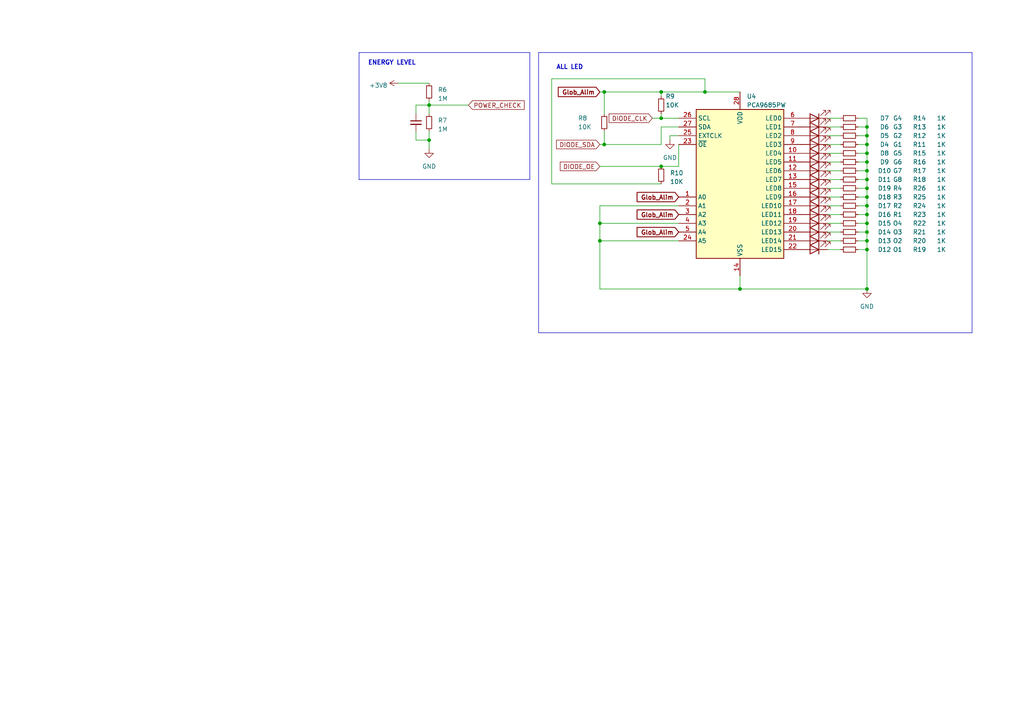
<source format=kicad_sch>
(kicad_sch (version 20230121) (generator eeschema)
  (paper "A4")
  (lib_symbols
    (symbol "Device:C_Small" (pin_numbers hide) (pin_names (offset 0.254) hide)
      (property "Reference" "C" (at 0.254 1.778 0))
      (property "Value" "C_Small" (at 0.254 -2.032 0))
      (symbol "C_Small_0_1"
        (polyline (pts (xy -1.524 -0.508) (xy 1.524 -0.508)) (stroke (width 0.3302)))
        (polyline (pts (xy -1.524 0.508) (xy 1.524 0.508)) (stroke (width 0.3048)))
      )
      (symbol "C_Small_1_1"
        (pin passive line (at 0 2.54 270) (length 2.032) (name "~") (number "1"))
        (pin passive line (at 0 -2.54 90) (length 2.032) (name "~") (number "2"))
      )
    )
    (symbol "Device:LED" (pin_numbers hide) (pin_names (offset 1.016) hide)
      (property "Reference" "D" (at 0 2.54 0))
      (property "Value" "LED" (at 0 -2.54 0))
      (symbol "LED_0_1"
        (polyline (pts (xy -1.27 -1.27) (xy -1.27 1.27)) (stroke (width 0.254)))
        (polyline (pts (xy -1.27 0) (xy 1.27 0)))
        (polyline (pts (xy 1.27 -1.27) (xy 1.27 1.27) (xy -1.27 0) (xy 1.27 -1.27)) (stroke (width 0.254)))
        (polyline (pts (xy -3.048 -0.762) (xy -4.572 -2.286) (xy -3.81 -2.286) (xy -4.572 -2.286) (xy -4.572 -1.524)))
        (polyline (pts (xy -1.778 -0.762) (xy -3.302 -2.286) (xy -2.54 -2.286) (xy -3.302 -2.286) (xy -3.302 -1.524)))
      )
      (symbol "LED_1_1"
        (pin passive line (at -3.81 0 0) (length 2.54) (name "K") (number "1"))
        (pin passive line (at 3.81 0 180) (length 2.54) (name "A") (number "2"))
      )
    )
    (symbol "Device:R_Small" (pin_numbers hide) (pin_names (offset 0.254) hide)
      (property "Reference" "R" (at 0.762 0.508 0))
      (property "Value" "R_Small" (at 0.762 -1.016 0))
      (symbol "R_Small_0_1"
        (rectangle (start -0.762 1.778) (end 0.762 -1.778) (stroke (width 0.2032)))
      )
      (symbol "R_Small_1_1"
        (pin passive line (at 0 2.54 270) (length 0.762) (name "~") (number "1"))
        (pin passive line (at 0 -2.54 90) (length 0.762) (name "~") (number "2"))
      )
    )
    (symbol "Driver_LED:PCA9685PW"
      (property "Reference" "U" (at -12.7 22.225 0))
      (property "Value" "PCA9685PW" (at 1.27 22.225 0))
      (symbol "PCA9685PW_0_1"
        (rectangle (start -12.7 20.32) (end 12.7 -22.86) (stroke (width 0.254)) (fill (type background)))
      )
      (symbol "PCA9685PW_1_1"
        (pin input line (at -17.78 -5.08 0) (length 5.08) (name "A0") (number "1"))
        (pin output line (at 17.78 7.62 180) (length 5.08) (name "LED4") (number "10"))
        (pin output line (at 17.78 5.08 180) (length 5.08) (name "LED5") (number "11"))
        (pin output line (at 17.78 2.54 180) (length 5.08) (name "LED6") (number "12"))
        (pin output line (at 17.78 0 180) (length 5.08) (name "LED7") (number "13"))
        (pin power_in line (at 0 -27.94 90) (length 5.08) (name "VSS") (number "14"))
        (pin output line (at 17.78 -2.54 180) (length 5.08) (name "LED8") (number "15"))
        (pin output line (at 17.78 -5.08 180) (length 5.08) (name "LED9") (number "16"))
        (pin output line (at 17.78 -7.62 180) (length 5.08) (name "LED10") (number "17"))
        (pin output line (at 17.78 -10.16 180) (length 5.08) (name "LED11") (number "18"))
        (pin output line (at 17.78 -12.7 180) (length 5.08) (name "LED12") (number "19"))
        (pin input line (at -17.78 -7.62 0) (length 5.08) (name "A1") (number "2"))
        (pin output line (at 17.78 -15.24 180) (length 5.08) (name "LED13") (number "20"))
        (pin output line (at 17.78 -17.78 180) (length 5.08) (name "LED14") (number "21"))
        (pin output line (at 17.78 -20.32 180) (length 5.08) (name "LED15") (number "22"))
        (pin input line (at -17.78 10.16 0) (length 5.08) (name "~{OE}") (number "23"))
        (pin input line (at -17.78 -17.78 0) (length 5.08) (name "A5") (number "24"))
        (pin input line (at -17.78 12.7 0) (length 5.08) (name "EXTCLK") (number "25"))
        (pin input line (at -17.78 17.78 0) (length 5.08) (name "SCL") (number "26"))
        (pin bidirectional line (at -17.78 15.24 0) (length 5.08) (name "SDA") (number "27"))
        (pin power_in line (at 0 25.4 270) (length 5.08) (name "VDD") (number "28"))
        (pin input line (at -17.78 -10.16 0) (length 5.08) (name "A2") (number "3"))
        (pin input line (at -17.78 -12.7 0) (length 5.08) (name "A3") (number "4"))
        (pin input line (at -17.78 -15.24 0) (length 5.08) (name "A4") (number "5"))
        (pin output line (at 17.78 17.78 180) (length 5.08) (name "LED0") (number "6"))
        (pin output line (at 17.78 15.24 180) (length 5.08) (name "LED1") (number "7"))
        (pin output line (at 17.78 12.7 180) (length 5.08) (name "LED2") (number "8"))
        (pin output line (at 17.78 10.16 180) (length 5.08) (name "LED3") (number "9"))
      )
    )
    (symbol "power:+3V8" (power) (pin_names (offset 0))
      (property "Value" "+3V8" (at 0 3.556 0))
      (symbol "+3V8_0_1"
        (polyline (pts (xy -0.762 1.27) (xy 0 2.54)))
        (polyline (pts (xy 0 0) (xy 0 2.54)))
        (polyline (pts (xy 0 2.54) (xy 0.762 1.27)))
      )
      (symbol "+3V8_1_1"
        (pin power_in line (at 0 0 90) (length 0) hide (name "+3V8") (number "1"))
      )
    )
    (symbol "power:GND" (power) (pin_names (offset 0))
      (property "Value" "GND" (at 0 -3.81 0))
      (symbol "GND_0_1"
        (polyline (pts (xy 0 0) (xy 0 -1.27) (xy 1.27 -1.27) (xy 0 -2.54) (xy -1.27 -1.27) (xy 0 -1.27)))
      )
      (symbol "GND_1_1"
        (pin power_in line (at 0 0 270) (length 0) hide (name "GND") (number "1"))
      )
    )
  )
  (junction (at 175.26 26.67))
  (junction (at 214.63 83.82))
  (junction (at 251.46 39.37))
  (junction (at 251.46 46.99))
  (junction (at 191.77 26.67))
  (junction (at 124.46 30.48))
  (junction (at 251.46 49.53))
  (junction (at 251.46 69.85))
  (junction (at 251.46 62.23))
  (junction (at 191.77 34.29))
  (junction (at 191.77 48.26))
  (junction (at 251.46 36.83))
  (junction (at 251.46 44.45))
  (junction (at 251.46 64.77))
  (junction (at 173.99 69.85))
  (junction (at 175.26 41.91))
  (junction (at 251.46 52.07))
  (junction (at 251.46 59.69))
  (junction (at 204.47 26.67))
  (junction (at 251.46 54.61))
  (junction (at 251.46 41.91))
  (junction (at 251.46 72.39))
  (junction (at 251.46 57.15))
  (junction (at 124.46 40.64))
  (junction (at 251.46 83.82))
  (junction (at 173.99 64.77))
  (junction (at 251.46 67.31))
  (wire (pts (xy 248.92 67.31) (xy 251.46 67.31)))
  (wire (pts (xy 251.46 39.37) (xy 251.46 36.83)))
  (wire (pts (xy 214.63 83.82) (xy 251.46 83.82)))
  (wire (pts (xy 191.77 41.91) (xy 191.77 36.83)))
  (wire (pts (xy 251.46 52.07) (xy 251.46 49.53)))
  (polyline (pts (xy 104.14 15.24) (xy 104.14 52.07)))
  (wire (pts (xy 251.46 34.29) (xy 248.92 34.29)))
  (wire (pts (xy 251.46 67.31) (xy 251.46 64.77)))
  (wire (pts (xy 240.03 72.39) (xy 243.84 72.39)))
  (wire (pts (xy 191.77 26.67) (xy 204.47 26.67)))
  (wire (pts (xy 240.03 62.23) (xy 243.84 62.23)))
  (wire (pts (xy 251.46 41.91) (xy 251.46 39.37)))
  (wire (pts (xy 240.03 39.37) (xy 243.84 39.37)))
  (polyline (pts (xy 281.94 96.52) (xy 156.21 96.52)))
  (wire (pts (xy 173.99 41.91) (xy 175.26 41.91)))
  (wire (pts (xy 115.57 24.13) (xy 124.46 24.13)))
  (wire (pts (xy 240.03 69.85) (xy 243.84 69.85)))
  (wire (pts (xy 175.26 26.67) (xy 173.99 26.67)))
  (wire (pts (xy 191.77 33.02) (xy 191.77 34.29)))
  (wire (pts (xy 191.77 48.26) (xy 196.85 48.26)))
  (wire (pts (xy 196.85 39.37) (xy 194.31 39.37)))
  (wire (pts (xy 240.03 64.77) (xy 243.84 64.77)))
  (wire (pts (xy 191.77 36.83) (xy 196.85 36.83)))
  (wire (pts (xy 248.92 49.53) (xy 251.46 49.53)))
  (wire (pts (xy 248.92 62.23) (xy 251.46 62.23)))
  (wire (pts (xy 173.99 59.69) (xy 196.85 59.69)))
  (wire (pts (xy 248.92 69.85) (xy 251.46 69.85)))
  (wire (pts (xy 173.99 69.85) (xy 196.85 69.85)))
  (wire (pts (xy 240.03 52.07) (xy 243.84 52.07)))
  (wire (pts (xy 248.92 44.45) (xy 251.46 44.45)))
  (polyline (pts (xy 153.67 52.07) (xy 153.67 15.24)))
  (wire (pts (xy 248.92 41.91) (xy 251.46 41.91)))
  (wire (pts (xy 191.77 53.34) (xy 160.02 53.34)))
  (wire (pts (xy 251.46 72.39) (xy 251.46 69.85)))
  (wire (pts (xy 175.26 26.67) (xy 175.26 33.02)))
  (polyline (pts (xy 104.14 15.24) (xy 153.67 15.24)))
  (wire (pts (xy 120.65 38.1) (xy 120.65 40.64)))
  (polyline (pts (xy 156.21 15.24) (xy 281.94 15.24)))
  (wire (pts (xy 191.77 26.67) (xy 175.26 26.67)))
  (wire (pts (xy 173.99 64.77) (xy 173.99 69.85)))
  (wire (pts (xy 196.85 48.26) (xy 196.85 41.91)))
  (wire (pts (xy 240.03 67.31) (xy 243.84 67.31)))
  (wire (pts (xy 124.46 33.02) (xy 124.46 30.48)))
  (wire (pts (xy 251.46 54.61) (xy 251.46 52.07)))
  (polyline (pts (xy 281.94 15.24) (xy 281.94 96.52)))
  (wire (pts (xy 175.26 38.1) (xy 175.26 41.91)))
  (wire (pts (xy 204.47 22.86) (xy 204.47 26.67)))
  (wire (pts (xy 214.63 80.01) (xy 214.63 83.82)))
  (wire (pts (xy 173.99 83.82) (xy 214.63 83.82)))
  (wire (pts (xy 204.47 26.67) (xy 214.63 26.67)))
  (wire (pts (xy 191.77 27.94) (xy 191.77 26.67)))
  (wire (pts (xy 194.31 39.37) (xy 194.31 40.64)))
  (wire (pts (xy 173.99 69.85) (xy 173.99 83.82)))
  (wire (pts (xy 124.46 38.1) (xy 124.46 40.64)))
  (wire (pts (xy 240.03 57.15) (xy 243.84 57.15)))
  (wire (pts (xy 173.99 48.26) (xy 191.77 48.26)))
  (wire (pts (xy 251.46 83.82) (xy 251.46 72.39)))
  (wire (pts (xy 240.03 59.69) (xy 243.84 59.69)))
  (wire (pts (xy 160.02 53.34) (xy 160.02 22.86)))
  (polyline (pts (xy 104.14 52.07) (xy 153.67 52.07)))
  (wire (pts (xy 248.92 46.99) (xy 251.46 46.99)))
  (wire (pts (xy 248.92 57.15) (xy 251.46 57.15)))
  (wire (pts (xy 251.46 62.23) (xy 251.46 59.69)))
  (wire (pts (xy 248.92 54.61) (xy 251.46 54.61)))
  (wire (pts (xy 240.03 36.83) (xy 243.84 36.83)))
  (wire (pts (xy 191.77 34.29) (xy 196.85 34.29)))
  (wire (pts (xy 248.92 36.83) (xy 251.46 36.83)))
  (wire (pts (xy 248.92 72.39) (xy 251.46 72.39)))
  (wire (pts (xy 243.84 34.29) (xy 240.03 34.29)))
  (wire (pts (xy 120.65 30.48) (xy 124.46 30.48)))
  (wire (pts (xy 251.46 36.83) (xy 251.46 34.29)))
  (wire (pts (xy 240.03 44.45) (xy 243.84 44.45)))
  (wire (pts (xy 189.23 34.29) (xy 191.77 34.29)))
  (wire (pts (xy 251.46 59.69) (xy 251.46 57.15)))
  (wire (pts (xy 251.46 46.99) (xy 251.46 44.45)))
  (wire (pts (xy 251.46 57.15) (xy 251.46 54.61)))
  (wire (pts (xy 248.92 39.37) (xy 251.46 39.37)))
  (wire (pts (xy 240.03 54.61) (xy 243.84 54.61)))
  (wire (pts (xy 160.02 22.86) (xy 204.47 22.86)))
  (wire (pts (xy 251.46 64.77) (xy 251.46 62.23)))
  (wire (pts (xy 124.46 29.21) (xy 124.46 30.48)))
  (wire (pts (xy 120.65 33.02) (xy 120.65 30.48)))
  (wire (pts (xy 120.65 40.64) (xy 124.46 40.64)))
  (wire (pts (xy 124.46 43.18) (xy 124.46 40.64)))
  (wire (pts (xy 248.92 59.69) (xy 251.46 59.69)))
  (wire (pts (xy 251.46 69.85) (xy 251.46 67.31)))
  (wire (pts (xy 248.92 52.07) (xy 251.46 52.07)))
  (wire (pts (xy 248.92 64.77) (xy 251.46 64.77)))
  (wire (pts (xy 251.46 44.45) (xy 251.46 41.91)))
  (wire (pts (xy 240.03 49.53) (xy 243.84 49.53)))
  (wire (pts (xy 173.99 64.77) (xy 196.85 64.77)))
  (wire (pts (xy 175.26 41.91) (xy 191.77 41.91)))
  (wire (pts (xy 124.46 30.48) (xy 135.89 30.48)))
  (wire (pts (xy 173.99 59.69) (xy 173.99 64.77)))
  (wire (pts (xy 251.46 49.53) (xy 251.46 46.99)))
  (polyline (pts (xy 156.21 15.24) (xy 156.21 96.52)))
  (wire (pts (xy 240.03 41.91) (xy 243.84 41.91)))
  (wire (pts (xy 240.03 46.99) (xy 243.84 46.99)))
  (text "ENERGY LEVEL" (at 106.68 19.05 0) (effects (font (size 1.27 1.27) bold) (justify left bottom)))
  (text "ALL LED" (at 161.29 20.32 0) (effects (font (size 1.27 1.27) (thickness 0.254) bold) (justify left bottom)))
  (global_label "Glob_Alim" (shape input) (at 196.85 57.15 180) (effects (font bold)) (property "Intersheetrefs" "${INTERSHEET_REFS}" (effects hide)))
  (global_label "Glob_Alim" (shape input) (at 173.99 26.67 180) (effects (font bold)) (property "Intersheetrefs" "${INTERSHEET_REFS}" (effects hide)))
  (global_label "DIODE_OE" (shape input) (at 173.99 48.26 180) (property "Intersheetrefs" "${INTERSHEET_REFS}" (effects hide)))
  (global_label "DIODE_CLK" (shape input) (at 189.23 34.29 180) (property "Intersheetrefs" "${INTERSHEET_REFS}" (effects hide)))
  (global_label "DIODE_SDA" (shape input) (at 173.99 41.91 180) (property "Intersheetrefs" "${INTERSHEET_REFS}" (effects hide)))
  (global_label "Glob_Alim" (shape input) (at 196.85 62.23 180) (effects (font bold)) (property "Intersheetrefs" "${INTERSHEET_REFS}" (effects hide)))
  (global_label "POWER_CHECK" (shape input) (at 135.89 30.48 0) (property "Intersheetrefs" "${INTERSHEET_REFS}" (effects hide)))
  (global_label "Glob_Alim" (shape input) (at 196.85 67.31 180) (effects (font bold)) (property "Intersheetrefs" "${INTERSHEET_REFS}" (effects hide)))
  (symbol (lib_id "Device:R_Small") (at 191.77 50.8 0) (unit 1)
    (property "Reference" "R10" (at 194.31 50.165 0) (effects (justify left)))
    (property "Value" "10K" (at 194.31 52.705 0) (effects (justify left)))
    (property "Footprint" "Resistor_SMD:R_0603_1608Metric_Pad0.98x0.95mm_HandSolder" (effects hide))
    (instances (project "Controller_NRF24L01_Include" (path "" (reference "R10") (unit 1))) (project "Controler_NRF24L01_Exclude" (path "" (reference "R16") (unit 1))))
  )
  (symbol (lib_id "Device:LED") (at 236.22 62.23 180) (unit 1)
    (property "Reference" "D16" (at 256.54 62.23 0))
    (property "Value" "R1" (at 260.35 62.23 0))
    (property "Footprint" "LED_SMD:LED_0603_1608Metric_Pad1.05x0.95mm_HandSolder" (effects hide))
    (instances (project "Controller_NRF24L01_Include" (path "" (reference "D16") (unit 1))) (project "Controler_NRF24L01_Exclude" (path "" (reference "D15") (unit 1))))
  )
  (symbol (lib_id "Device:R_Small") (at 246.38 49.53 90) (unit 1)
    (property "Reference" "R17" (at 266.7 49.53 90))
    (property "Value" "1K" (at 273.05 49.53 90))
    (property "Footprint" "Resistor_SMD:R_0603_1608Metric_Pad0.98x0.95mm_HandSolder" (effects hide))
    (instances (project "Controller_NRF24L01_Include" (path "" (reference "R17") (unit 1))) (project "Controler_NRF24L01_Exclude" (path "" (reference "R25") (unit 1))))
  )
  (symbol (lib_id "Device:R_Small") (at 246.38 52.07 90) (unit 1)
    (property "Reference" "R18" (at 266.7 52.07 90))
    (property "Value" "1K" (at 273.05 52.07 90))
    (property "Footprint" "Resistor_SMD:R_0603_1608Metric_Pad0.98x0.95mm_HandSolder" (effects hide))
    (instances (project "Controller_NRF24L01_Include" (path "" (reference "R18") (unit 1))) (project "Controler_NRF24L01_Exclude" (path "" (reference "R26") (unit 1))))
  )
  (symbol (lib_id "Device:R_Small") (at 246.38 54.61 90) (unit 1)
    (property "Reference" "R26" (at 266.7 54.61 90))
    (property "Value" "1K" (at 273.05 54.61 90))
    (property "Footprint" "Resistor_SMD:R_0603_1608Metric_Pad0.98x0.95mm_HandSolder" (effects hide))
    (instances (project "Controller_NRF24L01_Include" (path "" (reference "R26") (unit 1))) (project "Controler_NRF24L01_Exclude" (path "" (reference "R34") (unit 1))))
  )
  (symbol (lib_id "Device:R_Small") (at 246.38 34.29 90) (unit 1)
    (property "Reference" "R14" (at 266.7 34.29 90))
    (property "Value" "1K" (at 273.05 34.29 90))
    (property "Footprint" "Resistor_SMD:R_0603_1608Metric_Pad0.98x0.95mm_HandSolder" (effects hide))
    (instances (project "Controller_NRF24L01_Include" (path "" (reference "R14") (unit 1))) (project "Controler_NRF24L01_Exclude" (path "" (reference "R22") (unit 1))))
  )
  (symbol (lib_id "Device:R_Small") (at 124.46 35.56 0) (unit 1)
    (property "Reference" "R7" (at 127 34.925 0) (effects (justify left)))
    (property "Value" "1M" (at 127 37.465 0) (effects (justify left)))
    (property "Footprint" "Resistor_SMD:R_0603_1608Metric_Pad0.98x0.95mm_HandSolder" (effects hide))
    (instances (project "Controller_NRF24L01_Include" (path "" (reference "R7") (unit 1))) (project "Controler_NRF24L01_Exclude" (path "" (reference "R10") (unit 1))))
  )
  (symbol (lib_id "Device:LED") (at 236.22 59.69 180) (unit 1)
    (property "Reference" "D17" (at 256.54 59.69 0))
    (property "Value" "R2" (at 260.35 59.69 0))
    (property "Footprint" "LED_SMD:LED_0603_1608Metric_Pad1.05x0.95mm_HandSolder" (effects hide))
    (instances (project "Controller_NRF24L01_Include" (path "" (reference "D17") (unit 1))) (project "Controler_NRF24L01_Exclude" (path "" (reference "D16") (unit 1))))
  )
  (symbol (lib_id "Device:R_Small") (at 246.38 46.99 90) (unit 1)
    (property "Reference" "R16" (at 266.7 46.99 90))
    (property "Value" "1K" (at 273.05 46.99 90))
    (property "Footprint" "Resistor_SMD:R_0603_1608Metric_Pad0.98x0.95mm_HandSolder" (effects hide))
    (instances (project "Controller_NRF24L01_Include" (path "" (reference "R16") (unit 1))) (project "Controler_NRF24L01_Exclude" (path "" (reference "R24") (unit 1))))
  )
  (symbol (lib_id "Device:LED") (at 236.22 46.99 180) (unit 1)
    (property "Reference" "D9" (at 256.54 46.99 0))
    (property "Value" "G6" (at 260.35 46.99 0))
    (property "Footprint" "LED_SMD:LED_0603_1608Metric_Pad1.05x0.95mm_HandSolder" (effects hide))
    (instances (project "Controller_NRF24L01_Include" (path "" (reference "D9") (unit 1))) (project "Controler_NRF24L01_Exclude" (path "" (reference "D8") (unit 1))))
  )
  (symbol (lib_id "Device:R_Small") (at 124.46 26.67 0) (unit 1)
    (property "Reference" "R6" (at 127 26.035 0) (effects (justify left)))
    (property "Value" "1M" (at 127 28.575 0) (effects (justify left)))
    (property "Footprint" "Resistor_SMD:R_0603_1608Metric_Pad0.98x0.95mm_HandSolder" (effects hide))
    (instances (project "Controller_NRF24L01_Include" (path "" (reference "R6") (unit 1))) (project "Controler_NRF24L01_Exclude" (path "" (reference "R9") (unit 1))))
  )
  (symbol (lib_id "Device:LED") (at 236.22 69.85 180) (unit 1)
    (property "Reference" "D13" (at 256.54 69.85 0))
    (property "Value" "O2" (at 260.35 69.85 0))
    (property "Footprint" "LED_SMD:LED_0603_1608Metric_Pad1.05x0.95mm_HandSolder" (effects hide))
    (instances (project "Controller_NRF24L01_Include" (path "" (reference "D13") (unit 1))) (project "Controler_NRF24L01_Exclude" (path "" (reference "D12") (unit 1))))
  )
  (symbol (lib_id "Device:LED") (at 236.22 39.37 180) (unit 1)
    (property "Reference" "D5" (at 256.54 39.37 0))
    (property "Value" "G2" (at 260.35 39.37 0))
    (property "Footprint" "LED_SMD:LED_0603_1608Metric_Pad1.05x0.95mm_HandSolder" (effects hide))
    (instances (project "Controller_NRF24L01_Include" (path "" (reference "D5") (unit 1))) (project "Controler_NRF24L01_Exclude" (path "" (reference "D4") (unit 1))))
  )
  (symbol (lib_id "Device:LED") (at 236.22 54.61 180) (unit 1)
    (property "Reference" "D19" (at 256.54 54.61 0))
    (property "Value" "R4" (at 260.35 54.61 0))
    (property "Footprint" "LED_SMD:LED_0603_1608Metric_Pad1.05x0.95mm_HandSolder" (effects hide))
    (instances (project "Controller_NRF24L01_Include" (path "" (reference "D19") (unit 1))) (project "Controler_NRF24L01_Exclude" (path "" (reference "D18") (unit 1))))
  )
  (symbol (lib_id "power:GND") (at 194.31 40.64 0) (unit 1)
    (property "Reference" "#PWR025" (effects hide))
    (property "Value" "GND" (at 194.31 45.72 0))
    (instances (project "Controller_NRF24L01_Include" (path "" (reference "#PWR025") (unit 1))) (project "Controler_NRF24L01_Exclude" (path "" (reference "#PWR013") (unit 1))))
  )
  (symbol (lib_id "power:GND") (at 124.46 43.18 0) (unit 1)
    (property "Reference" "#PWR024" (effects hide))
    (property "Value" "GND" (at 124.46 48.26 0))
    (instances (project "Controller_NRF24L01_Include" (path "" (reference "#PWR024") (unit 1))) (project "Controler_NRF24L01_Exclude" (path "" (reference "#PWR012") (unit 1))))
  )
  (symbol (lib_id "Device:LED") (at 236.22 57.15 180) (unit 1)
    (property "Reference" "D18" (at 256.54 57.15 0))
    (property "Value" "R3" (at 260.35 57.15 0))
    (property "Footprint" "LED_SMD:LED_0603_1608Metric_Pad1.05x0.95mm_HandSolder" (effects hide))
    (instances (project "Controller_NRF24L01_Include" (path "" (reference "D18") (unit 1))) (project "Controler_NRF24L01_Exclude" (path "" (reference "D17") (unit 1))))
  )
  (symbol (lib_id "Device:R_Small") (at 246.38 72.39 90) (unit 1)
    (property "Reference" "R19" (at 266.7 72.39 90))
    (property "Value" "1K" (at 273.05 72.39 90))
    (property "Footprint" "Resistor_SMD:R_0603_1608Metric_Pad0.98x0.95mm_HandSolder" (effects hide))
    (instances (project "Controller_NRF24L01_Include" (path "" (reference "R19") (unit 1))) (project "Controler_NRF24L01_Exclude" (path "" (reference "R27") (unit 1))))
  )
  (symbol (lib_id "Device:LED") (at 236.22 72.39 180) (unit 1)
    (property "Reference" "D12" (at 256.54 72.39 0))
    (property "Value" "O1" (at 260.35 72.39 0))
    (property "Footprint" "LED_SMD:LED_0603_1608Metric_Pad1.05x0.95mm_HandSolder" (effects hide))
    (instances (project "Controller_NRF24L01_Include" (path "" (reference "D12") (unit 1))) (project "Controler_NRF24L01_Exclude" (path "" (reference "D11") (unit 1))))
  )
  (symbol (lib_id "Driver_LED:PCA9685PW") (at 214.63 52.07 0) (unit 1)
    (property "Reference" "U4" (at 216.5859 27.94 0) (effects (justify left)))
    (property "Value" "PCA9685PW" (at 216.5859 30.48 0) (effects (justify left)))
    (property "Footprint" "Package_SO:TSSOP-28_4.4x9.7mm_P0.65mm" (effects hide))
    (property "Datasheet" "http://www.nxp.com/documents/data_sheet/PCA9685.pdf" (effects hide))
  )
  (symbol (lib_id "Device:LED") (at 236.22 44.45 180) (unit 1)
    (property "Reference" "D8" (at 256.54 44.45 0))
    (property "Value" "G5" (at 260.35 44.45 0))
    (property "Footprint" "LED_SMD:LED_0603_1608Metric_Pad1.05x0.95mm_HandSolder" (effects hide))
    (instances (project "Controller_NRF24L01_Include" (path "" (reference "D8") (unit 1))) (project "Controler_NRF24L01_Exclude" (path "" (reference "D7") (unit 1))))
  )
  (symbol (lib_id "power:GND") (at 251.46 83.82 0) (unit 1)
    (property "Reference" "#PWR026" (effects hide))
    (property "Value" "GND" (at 251.46 88.9 0))
    (instances (project "Controller_NRF24L01_Include" (path "" (reference "#PWR026") (unit 1))) (project "Controler_NRF24L01_Exclude" (path "" (reference "#PWR020") (unit 1))))
  )
  (symbol (lib_id "power:+3V8") (at 115.57 24.13 90) (unit 1)
    (property "Reference" "#PWR021" (effects hide))
    (property "Value" "+3V8" (at 112.395 24.765 90) (effects (justify left)))
    (instances (project "Controler_NRF24L01_Exclude" (path "" (reference "#PWR021") (unit 1)) (path "" (reference "#PWR010") (unit 1))))
  )
  (symbol (lib_id "Device:R_Small") (at 246.38 64.77 90) (unit 1)
    (property "Reference" "R22" (at 266.7 64.77 90))
    (property "Value" "1K" (at 273.05 64.77 90))
    (property "Footprint" "Resistor_SMD:R_0603_1608Metric_Pad0.98x0.95mm_HandSolder" (effects hide))
    (instances (project "Controller_NRF24L01_Include" (path "" (reference "R22") (unit 1))) (project "Controler_NRF24L01_Exclude" (path "" (reference "R30") (unit 1))))
  )
  (symbol (lib_id "Device:R_Small") (at 246.38 67.31 90) (unit 1)
    (property "Reference" "R21" (at 266.7 67.31 90))
    (property "Value" "1K" (at 273.05 67.31 90))
    (property "Footprint" "Resistor_SMD:R_0603_1608Metric_Pad0.98x0.95mm_HandSolder" (effects hide))
    (instances (project "Controller_NRF24L01_Include" (path "" (reference "R21") (unit 1))) (project "Controler_NRF24L01_Exclude" (path "" (reference "R29") (unit 1))))
  )
  (symbol (lib_id "Device:R_Small") (at 191.77 30.48 0) (unit 1)
    (property "Reference" "R9" (at 193.04 27.94 0) (effects (justify left)))
    (property "Value" "10K" (at 193.04 30.48 0) (effects (justify left)))
    (property "Footprint" "Resistor_SMD:R_0603_1608Metric_Pad0.98x0.95mm_HandSolder" (effects hide))
    (instances (project "Controller_NRF24L01_Include" (path "" (reference "R9") (unit 1))) (project "Controler_NRF24L01_Exclude" (path "" (reference "R14") (unit 1))))
  )
  (symbol (lib_id "Device:R_Small") (at 246.38 41.91 90) (unit 1)
    (property "Reference" "R11" (at 266.7 41.91 90))
    (property "Value" "1K" (at 273.05 41.91 90))
    (property "Footprint" "Resistor_SMD:R_0603_1608Metric_Pad0.98x0.95mm_HandSolder" (effects hide))
    (instances (project "Controller_NRF24L01_Include" (path "" (reference "R11") (unit 1))) (project "Controler_NRF24L01_Exclude" (path "" (reference "R18") (unit 1))))
  )
  (symbol (lib_id "Device:R_Small") (at 246.38 59.69 90) (unit 1)
    (property "Reference" "R24" (at 266.7 59.69 90))
    (property "Value" "1K" (at 273.05 59.69 90))
    (property "Footprint" "Resistor_SMD:R_0603_1608Metric_Pad0.98x0.95mm_HandSolder" (effects hide))
    (instances (project "Controller_NRF24L01_Include" (path "" (reference "R24") (unit 1))) (project "Controler_NRF24L01_Exclude" (path "" (reference "R32") (unit 1))))
  )
  (symbol (lib_id "Device:R_Small") (at 246.38 39.37 90) (unit 1)
    (property "Reference" "R12" (at 266.7 39.37 90))
    (property "Value" "1K" (at 273.05 39.37 90))
    (property "Footprint" "Resistor_SMD:R_0603_1608Metric_Pad0.98x0.95mm_HandSolder" (effects hide))
    (instances (project "Controller_NRF24L01_Include" (path "" (reference "R12") (unit 1))) (project "Controler_NRF24L01_Exclude" (path "" (reference "R20") (unit 1))))
  )
  (symbol (lib_id "Device:LED") (at 236.22 36.83 180) (unit 1)
    (property "Reference" "D6" (at 256.54 36.83 0))
    (property "Value" "G3" (at 260.35 36.83 0))
    (property "Footprint" "LED_SMD:LED_0603_1608Metric_Pad1.05x0.95mm_HandSolder" (effects hide))
    (instances (project "Controller_NRF24L01_Include" (path "" (reference "D6") (unit 1))) (project "Controler_NRF24L01_Exclude" (path "" (reference "D5") (unit 1))))
  )
  (symbol (lib_id "Device:R_Small") (at 246.38 57.15 90) (unit 1)
    (property "Reference" "R25" (at 266.7 57.15 90))
    (property "Value" "1K" (at 273.05 57.15 90))
    (property "Footprint" "Resistor_SMD:R_0603_1608Metric_Pad0.98x0.95mm_HandSolder" (effects hide))
    (instances (project "Controller_NRF24L01_Include" (path "" (reference "R25") (unit 1))) (project "Controler_NRF24L01_Exclude" (path "" (reference "R33") (unit 1))))
  )
  (symbol (lib_id "Device:R_Small") (at 246.38 62.23 90) (unit 1)
    (property "Reference" "R23" (at 266.7 62.23 90))
    (property "Value" "1K" (at 273.05 62.23 90))
    (property "Footprint" "Resistor_SMD:R_0603_1608Metric_Pad0.98x0.95mm_HandSolder" (effects hide))
    (instances (project "Controller_NRF24L01_Include" (path "" (reference "R23") (unit 1))) (project "Controler_NRF24L01_Exclude" (path "" (reference "R31") (unit 1))))
  )
  (symbol (lib_id "Device:R_Small") (at 246.38 36.83 90) (unit 1)
    (property "Reference" "R13" (at 266.7 36.83 90))
    (property "Value" "1K" (at 273.05 36.83 90))
    (property "Footprint" "Resistor_SMD:R_0603_1608Metric_Pad0.98x0.95mm_HandSolder" (effects hide))
    (instances (project "Controller_NRF24L01_Include" (path "" (reference "R13") (unit 1))) (project "Controler_NRF24L01_Exclude" (path "" (reference "R21") (unit 1))))
  )
  (symbol (lib_id "Device:LED") (at 236.22 41.91 180) (unit 1)
    (property "Reference" "D4" (at 256.54 41.91 0))
    (property "Value" "G1" (at 260.35 41.91 0))
    (property "Footprint" "LED_SMD:LED_0603_1608Metric_Pad1.05x0.95mm_HandSolder" (effects hide))
    (instances (project "Controller_NRF24L01_Include" (path "" (reference "D4") (unit 1))) (project "Controler_NRF24L01_Exclude" (path "" (reference "D3") (unit 1))))
  )
  (symbol (lib_id "Device:LED") (at 236.22 64.77 180) (unit 1)
    (property "Reference" "D15" (at 256.54 64.77 0))
    (property "Value" "O4" (at 260.35 64.77 0))
    (property "Footprint" "LED_SMD:LED_0603_1608Metric_Pad1.05x0.95mm_HandSolder" (effects hide))
    (instances (project "Controller_NRF24L01_Include" (path "" (reference "D15") (unit 1))) (project "Controler_NRF24L01_Exclude" (path "" (reference "D14") (unit 1))))
  )
  (symbol (lib_id "Device:LED") (at 236.22 52.07 180) (unit 1)
    (property "Reference" "D11" (at 256.54 52.07 0))
    (property "Value" "G8" (at 260.35 52.07 0))
    (property "Footprint" "LED_SMD:LED_0603_1608Metric_Pad1.05x0.95mm_HandSolder" (effects hide))
    (instances (project "Controller_NRF24L01_Include" (path "" (reference "D11") (unit 1))) (project "Controler_NRF24L01_Exclude" (path "" (reference "D10") (unit 1))))
  )
  (symbol (lib_id "Device:LED") (at 236.22 49.53 180) (unit 1)
    (property "Reference" "D10" (at 256.54 49.53 0))
    (property "Value" "G7" (at 260.35 49.53 0))
    (property "Footprint" "LED_SMD:LED_0603_1608Metric_Pad1.05x0.95mm_HandSolder" (effects hide))
    (instances (project "Controller_NRF24L01_Include" (path "" (reference "D10") (unit 1))) (project "Controler_NRF24L01_Exclude" (path "" (reference "D9") (unit 1))))
  )
  (symbol (lib_id "Device:LED") (at 236.22 34.29 180) (unit 1)
    (property "Reference" "D7" (at 256.54 34.29 0))
    (property "Value" "G4" (at 260.35 34.29 0))
    (property "Footprint" "LED_SMD:LED_0603_1608Metric_Pad1.05x0.95mm_HandSolder" (effects hide))
    (instances (project "Controller_NRF24L01_Include" (path "" (reference "D7") (unit 1))) (project "Controler_NRF24L01_Exclude" (path "" (reference "D6") (unit 1))))
  )
  (symbol (lib_id "Device:R_Small") (at 175.26 35.56 180) (unit 1)
    (property "Reference" "R8" (at 167.64 34.29 0) (effects (justify right)))
    (property "Value" "10K" (at 167.64 36.83 0) (effects (justify right)))
    (property "Footprint" "Resistor_SMD:R_0603_1608Metric_Pad0.98x0.95mm_HandSolder" (effects hide))
    (instances (project "Controller_NRF24L01_Include" (path "" (reference "R8") (unit 1))) (project "Controler_NRF24L01_Exclude" (path "" (reference "R11") (unit 1))))
  )
  (symbol (lib_id "Device:R_Small") (at 246.38 44.45 90) (unit 1)
    (property "Reference" "R15" (at 266.7 44.45 90))
    (property "Value" "1K" (at 273.05 44.45 90))
    (property "Footprint" "Resistor_SMD:R_0603_1608Metric_Pad0.98x0.95mm_HandSolder" (effects hide))
    (instances (project "Controller_NRF24L01_Include" (path "" (reference "R15") (unit 1))) (project "Controler_NRF24L01_Exclude" (path "" (reference "R23") (unit 1))))
  )
  (symbol (lib_id "Device:R_Small") (at 246.38 69.85 90) (unit 1)
    (property "Reference" "R20" (at 266.7 69.85 90))
    (property "Value" "1K" (at 273.05 69.85 90))
    (property "Footprint" "Resistor_SMD:R_0603_1608Metric_Pad0.98x0.95mm_HandSolder" (effects hide))
    (instances (project "Controller_NRF24L01_Include" (path "" (reference "R20") (unit 1))) (project "Controler_NRF24L01_Exclude" (path "" (reference "R28") (unit 1))))
  )
  (symbol (lib_id "Device:C_Small") (at 120.65 35.56 0) (unit 1)
    (property "Reference" "C?" (effects hide))
    (property "Value" "1nF" (effects hide))
    (property "Footprint" "Capacitor_SMD:C_0603_1608Metric_Pad1.08x0.95mm_HandSolder" (effects hide))
    (instances (project "Controller_NRF24L01_Include" (path "" (reference "C?") (unit 1)) (path "" (reference "C13") (unit 1))) (project "Controler_NRF24L01_Exclude" (path "" (reference "C2") (unit 1))))
  )
  (symbol (lib_id "Device:LED") (at 236.22 67.31 180) (unit 1)
    (property "Reference" "D14" (at 256.54 67.31 0))
    (property "Value" "O3" (at 260.35 67.31 0))
    (property "Footprint" "LED_SMD:LED_0603_1608Metric_Pad1.05x0.95mm_HandSolder" (effects hide))
    (instances (project "Controller_NRF24L01_Include" (path "" (reference "D14") (unit 1))) (project "Controler_NRF24L01_Exclude" (path "" (reference "D13") (unit 1))))
  )
)
</source>
